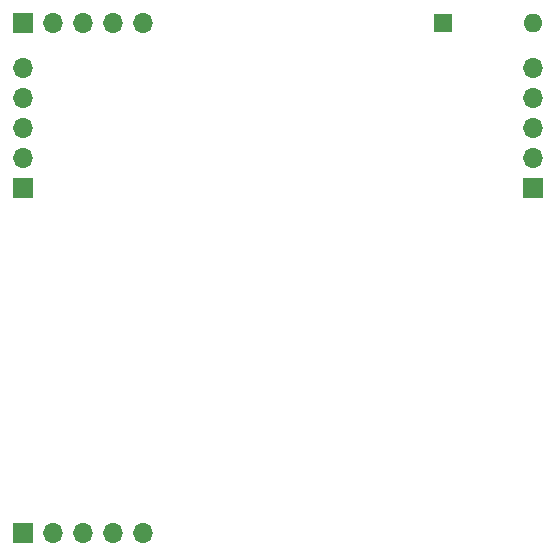
<source format=gbs>
G04 #@! TF.GenerationSoftware,KiCad,Pcbnew,7.0.7*
G04 #@! TF.CreationDate,2024-02-28T11:49:36+01:00*
G04 #@! TF.ProjectId,bottom_test,626f7474-6f6d-45f7-9465-73742e6b6963,rev?*
G04 #@! TF.SameCoordinates,Original*
G04 #@! TF.FileFunction,Soldermask,Bot*
G04 #@! TF.FilePolarity,Negative*
%FSLAX46Y46*%
G04 Gerber Fmt 4.6, Leading zero omitted, Abs format (unit mm)*
G04 Created by KiCad (PCBNEW 7.0.7) date 2024-02-28 11:49:36*
%MOMM*%
%LPD*%
G01*
G04 APERTURE LIST*
%ADD10R,1.700000X1.700000*%
%ADD11O,1.700000X1.700000*%
%ADD12R,1.600000X1.600000*%
%ADD13O,1.600000X1.600000*%
G04 APERTURE END LIST*
D10*
X30480000Y-44450000D03*
D11*
X30480000Y-41910000D03*
X30480000Y-39370000D03*
X30480000Y-36830000D03*
X30480000Y-34290000D03*
D10*
X30480000Y-73660000D03*
D11*
X33020000Y-73660000D03*
X35560000Y-73660000D03*
X38100000Y-73660000D03*
X40640000Y-73660000D03*
D12*
X66040000Y-30480000D03*
D13*
X73660000Y-30480000D03*
D10*
X30480000Y-30480000D03*
D11*
X33020000Y-30480000D03*
X35560000Y-30480000D03*
X38100000Y-30480000D03*
X40640000Y-30480000D03*
D10*
X73660000Y-44450000D03*
D11*
X73660000Y-41910000D03*
X73660000Y-39370000D03*
X73660000Y-36830000D03*
X73660000Y-34290000D03*
M02*

</source>
